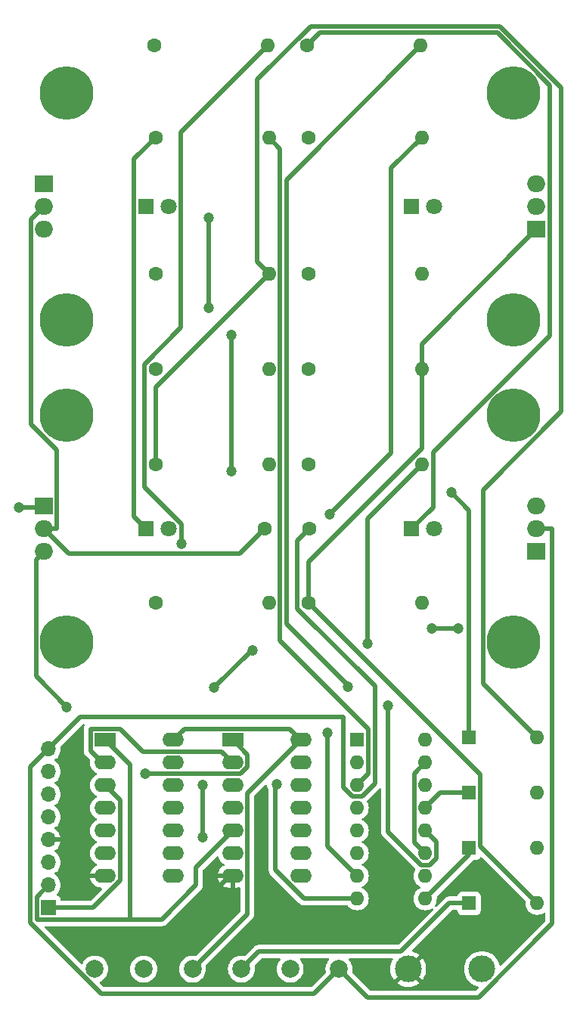
<source format=gbl>
%TF.GenerationSoftware,KiCad,Pcbnew,7.0.11*%
%TF.CreationDate,2024-05-22T12:52:35-06:00*%
%TF.ProjectId,H_Bridge,485f4272-6964-4676-952e-6b696361645f,rev?*%
%TF.SameCoordinates,Original*%
%TF.FileFunction,Copper,L2,Bot*%
%TF.FilePolarity,Positive*%
%FSLAX46Y46*%
G04 Gerber Fmt 4.6, Leading zero omitted, Abs format (unit mm)*
G04 Created by KiCad (PCBNEW 7.0.11) date 2024-05-22 12:52:35*
%MOMM*%
%LPD*%
G01*
G04 APERTURE LIST*
%TA.AperFunction,ComponentPad*%
%ADD10C,6.000000*%
%TD*%
%TA.AperFunction,ComponentPad*%
%ADD11R,1.800000X1.800000*%
%TD*%
%TA.AperFunction,ComponentPad*%
%ADD12C,1.800000*%
%TD*%
%TA.AperFunction,ComponentPad*%
%ADD13R,1.600000X1.600000*%
%TD*%
%TA.AperFunction,ComponentPad*%
%ADD14O,1.600000X1.600000*%
%TD*%
%TA.AperFunction,ComponentPad*%
%ADD15C,1.600000*%
%TD*%
%TA.AperFunction,ComponentPad*%
%ADD16C,2.000000*%
%TD*%
%TA.AperFunction,ComponentPad*%
%ADD17R,2.400000X1.600000*%
%TD*%
%TA.AperFunction,ComponentPad*%
%ADD18O,2.400000X1.600000*%
%TD*%
%TA.AperFunction,ComponentPad*%
%ADD19R,2.000000X1.905000*%
%TD*%
%TA.AperFunction,ComponentPad*%
%ADD20O,2.000000X1.905000*%
%TD*%
%TA.AperFunction,ComponentPad*%
%ADD21C,3.000000*%
%TD*%
%TA.AperFunction,ComponentPad*%
%ADD22R,1.700000X1.700000*%
%TD*%
%TA.AperFunction,ComponentPad*%
%ADD23O,1.700000X1.700000*%
%TD*%
%TA.AperFunction,ViaPad*%
%ADD24C,1.200000*%
%TD*%
%TA.AperFunction,Conductor*%
%ADD25C,0.500000*%
%TD*%
G04 APERTURE END LIST*
D10*
%TO.P,HS4,1*%
%TO.N,N/C*%
X184658000Y-84836000D03*
X184658000Y-110236000D03*
%TD*%
D11*
%TO.P,D7,1,K*%
%TO.N,Net-(D7-K)*%
X173228000Y-97536000D03*
D12*
%TO.P,D7,2,A*%
%TO.N,+5V*%
X175768000Y-97536000D03*
%TD*%
D13*
%TO.P,D6,1,K*%
%TO.N,+12V*%
X179658000Y-139446000D03*
D14*
%TO.P,D6,2,A*%
%TO.N,Net-(D6-A)*%
X187278000Y-139446000D03*
%TD*%
D15*
%TO.P,R10,1*%
%TO.N,Net-(D6-A)*%
X161671000Y-105791000D03*
D14*
%TO.P,R10,2*%
%TO.N,Net-(R10-Pad2)*%
X174371000Y-105791000D03*
%TD*%
D13*
%TO.P,D3,1,K*%
%TO.N,+12V*%
X179658000Y-120904000D03*
D14*
%TO.P,D3,2,A*%
%TO.N,Net-(D3-A)*%
X187278000Y-120904000D03*
%TD*%
D16*
%TO.P,TP3,1,1*%
%TO.N,+5V*%
X148701400Y-146812000D03*
%TD*%
D13*
%TO.P,U3,1*%
%TO.N,Net-(R1-Pad2)*%
X167132000Y-121158000D03*
D14*
%TO.P,U3,2*%
%TO.N,/CW0*%
X167132000Y-123698000D03*
%TO.P,U3,3*%
%TO.N,Net-(R2-Pad2)*%
X167132000Y-126238000D03*
%TO.P,U3,4*%
%TO.N,/CCW1*%
X167132000Y-128778000D03*
%TO.P,U3,5*%
%TO.N,Net-(R12-Pad2)*%
X167132000Y-131318000D03*
%TO.P,U3,6*%
%TO.N,/CCW0*%
X167132000Y-133858000D03*
%TO.P,U3,7*%
%TO.N,Net-(R11-Pad2)*%
X167132000Y-136398000D03*
%TO.P,U3,8*%
%TO.N,/CW1*%
X167132000Y-138938000D03*
%TO.P,U3,9*%
%TO.N,Net-(D5-K)*%
X174752000Y-138938000D03*
%TO.P,U3,10*%
%TO.N,Net-(R7-Pad2)*%
X174752000Y-136398000D03*
%TO.P,U3,11*%
%TO.N,GND1*%
X174752000Y-133858000D03*
%TO.P,U3,12*%
%TO.N,Net-(R10-Pad2)*%
X174752000Y-131318000D03*
%TO.P,U3,13*%
%TO.N,Net-(D4-K)*%
X174752000Y-128778000D03*
%TO.P,U3,14*%
%TO.N,Net-(R5-Pad2)*%
X174752000Y-126238000D03*
%TO.P,U3,15*%
%TO.N,GND1*%
X174752000Y-123698000D03*
%TO.P,U3,16*%
%TO.N,Net-(R4-Pad2)*%
X174752000Y-121158000D03*
%TD*%
D10*
%TO.P,HS2,1*%
%TO.N,N/C*%
X134620000Y-110236000D03*
X134620000Y-84836000D03*
%TD*%
D17*
%TO.P,U1,1*%
%TO.N,/S1*%
X138938000Y-121158000D03*
D18*
%TO.P,U1,2*%
%TO.N,/CW1*%
X138938000Y-123698000D03*
%TO.P,U1,3*%
%TO.N,/S0*%
X138938000Y-126238000D03*
%TO.P,U1,4*%
%TO.N,/CCW1*%
X138938000Y-128778000D03*
%TO.P,U1,5*%
%TO.N,unconnected-(U1-Pad5)*%
X138938000Y-131318000D03*
%TO.P,U1,6*%
%TO.N,unconnected-(U1-Pad6)*%
X138938000Y-133858000D03*
%TO.P,U1,7,GND*%
%TO.N,GND*%
X138938000Y-136398000D03*
%TO.P,U1,8*%
%TO.N,unconnected-(U1-Pad8)*%
X146558000Y-136398000D03*
%TO.P,U1,9*%
%TO.N,unconnected-(U1-Pad9)*%
X146558000Y-133858000D03*
%TO.P,U1,10*%
%TO.N,unconnected-(U1-Pad10)*%
X146558000Y-131318000D03*
%TO.P,U1,11*%
%TO.N,unconnected-(U1-Pad11)*%
X146558000Y-128778000D03*
%TO.P,U1,12*%
%TO.N,unconnected-(U1-Pad12)*%
X146558000Y-126238000D03*
%TO.P,U1,13*%
%TO.N,unconnected-(U1-Pad13)*%
X146558000Y-123698000D03*
%TO.P,U1,14,VCC*%
%TO.N,+5V*%
X146558000Y-121158000D03*
%TD*%
D19*
%TO.P,Q2,1,G*%
%TO.N,Net-(D4-K)*%
X132080000Y-94996000D03*
D20*
%TO.P,Q2,2,D*%
%TO.N,/M+*%
X132080000Y-97536000D03*
%TO.P,Q2,3,S*%
%TO.N,GND1*%
X132080000Y-100076000D03*
%TD*%
D21*
%TO.P,TP4,1,1*%
%TO.N,GND*%
X172851000Y-146812000D03*
%TD*%
D15*
%TO.P,R6,1*%
%TO.N,Net-(D4-K)*%
X144558334Y-79629000D03*
D14*
%TO.P,R6,2*%
%TO.N,GND1*%
X157258334Y-79629000D03*
%TD*%
D10*
%TO.P,HS1,1*%
%TO.N,N/C*%
X134620000Y-74168000D03*
X134620000Y-48768000D03*
%TD*%
D15*
%TO.P,R3,1*%
%TO.N,+12V*%
X144558334Y-68961000D03*
D14*
%TO.P,R3,2*%
%TO.N,Net-(D3-A)*%
X157258334Y-68961000D03*
%TD*%
D15*
%TO.P,R2,1*%
%TO.N,Net-(D2-K)*%
X144558334Y-53721000D03*
D14*
%TO.P,R2,2*%
%TO.N,Net-(R2-Pad2)*%
X157258334Y-53721000D03*
%TD*%
D15*
%TO.P,R1,1*%
%TO.N,Net-(D1-K)*%
X144431334Y-43434000D03*
D14*
%TO.P,R1,2*%
%TO.N,Net-(R1-Pad2)*%
X157131334Y-43434000D03*
%TD*%
D13*
%TO.P,D4,1,K*%
%TO.N,Net-(D4-K)*%
X179658000Y-127084666D03*
D14*
%TO.P,D4,2,A*%
%TO.N,GND1*%
X187278000Y-127084666D03*
%TD*%
D21*
%TO.P,TP6,1,1*%
%TO.N,GND1*%
X181102000Y-146812000D03*
%TD*%
D11*
%TO.P,D8,1,K*%
%TO.N,Net-(D8-K)*%
X173228000Y-61468000D03*
D12*
%TO.P,D8,2,A*%
%TO.N,+5V*%
X175768000Y-61468000D03*
%TD*%
D15*
%TO.P,R8,1*%
%TO.N,Net-(D5-K)*%
X161671000Y-68961000D03*
D14*
%TO.P,R8,2*%
%TO.N,GND1*%
X174371000Y-68961000D03*
%TD*%
D22*
%TO.P,J1,1,Pin_1*%
%TO.N,/S0*%
X132588000Y-139954000D03*
D23*
%TO.P,J1,2,Pin_2*%
%TO.N,/S1*%
X132588000Y-137414000D03*
%TO.P,J1,3,Pin_3*%
%TO.N,+5V*%
X132588000Y-134874000D03*
%TO.P,J1,4,Pin_4*%
%TO.N,GND*%
X132588000Y-132334000D03*
%TO.P,J1,5,Pin_5*%
%TO.N,+12V*%
X132588000Y-129794000D03*
%TO.P,J1,6,Pin_6*%
%TO.N,GND1*%
X132588000Y-127254000D03*
%TO.P,J1,7,Pin_7*%
%TO.N,/M+*%
X132588000Y-124714000D03*
%TO.P,J1,8,Pin_8*%
%TO.N,/M-*%
X132588000Y-122174000D03*
%TD*%
D15*
%TO.P,R4,1*%
%TO.N,Net-(D3-A)*%
X144558334Y-90297000D03*
D14*
%TO.P,R4,2*%
%TO.N,Net-(R4-Pad2)*%
X157258334Y-90297000D03*
%TD*%
D16*
%TO.P,TP7,1,1*%
%TO.N,/M+*%
X159633800Y-146812000D03*
%TD*%
D10*
%TO.P,HS3,1*%
%TO.N,N/C*%
X184658000Y-48768000D03*
X184658000Y-74168000D03*
%TD*%
D15*
%TO.P,R12,1*%
%TO.N,Net-(D8-K)*%
X161671000Y-53721000D03*
D14*
%TO.P,R12,2*%
%TO.N,Net-(R12-Pad2)*%
X174371000Y-53721000D03*
%TD*%
D15*
%TO.P,R11,1*%
%TO.N,Net-(D7-K)*%
X161544000Y-43434000D03*
D14*
%TO.P,R11,2*%
%TO.N,Net-(R11-Pad2)*%
X174244000Y-43434000D03*
%TD*%
D11*
%TO.P,D2,1,K*%
%TO.N,Net-(D2-K)*%
X143510000Y-97536000D03*
D12*
%TO.P,D2,2,A*%
%TO.N,+5V*%
X146050000Y-97536000D03*
%TD*%
D16*
%TO.P,TP2,1,1*%
%TO.N,/S1*%
X143235200Y-146812000D03*
%TD*%
D15*
%TO.P,C1,1*%
%TO.N,/M+*%
X156758000Y-97536000D03*
%TO.P,C1,2*%
%TO.N,/M-*%
X161758000Y-97536000D03*
%TD*%
D11*
%TO.P,D1,1,K*%
%TO.N,Net-(D1-K)*%
X143510000Y-61468000D03*
D12*
%TO.P,D1,2,A*%
%TO.N,+5V*%
X146050000Y-61468000D03*
%TD*%
D19*
%TO.P,Q4,1,G*%
%TO.N,Net-(D5-K)*%
X187198000Y-100076000D03*
D20*
%TO.P,Q4,2,D*%
%TO.N,/M-*%
X187198000Y-97536000D03*
%TO.P,Q4,3,S*%
%TO.N,GND1*%
X187198000Y-94996000D03*
%TD*%
D16*
%TO.P,TP5,1,1*%
%TO.N,+12V*%
X154167600Y-146812000D03*
%TD*%
D19*
%TO.P,Q1,1,G*%
%TO.N,Net-(D3-A)*%
X132080000Y-58928000D03*
D20*
%TO.P,Q1,2,D*%
%TO.N,/M+*%
X132080000Y-61468000D03*
%TO.P,Q1,3,S*%
%TO.N,+12V*%
X132080000Y-64008000D03*
%TD*%
D19*
%TO.P,Q3,1,G*%
%TO.N,Net-(D6-A)*%
X187198000Y-64008000D03*
D20*
%TO.P,Q3,2,D*%
%TO.N,/M-*%
X187198000Y-61468000D03*
%TO.P,Q3,3,S*%
%TO.N,+12V*%
X187198000Y-58928000D03*
%TD*%
D15*
%TO.P,R9,1*%
%TO.N,+12V*%
X161671000Y-79629000D03*
D14*
%TO.P,R9,2*%
%TO.N,Net-(D6-A)*%
X174371000Y-79629000D03*
%TD*%
D13*
%TO.P,D5,1,K*%
%TO.N,Net-(D5-K)*%
X179658000Y-133265332D03*
D14*
%TO.P,D5,2,A*%
%TO.N,GND1*%
X187278000Y-133265332D03*
%TD*%
D16*
%TO.P,TP1,1,1*%
%TO.N,/S0*%
X137769000Y-146812000D03*
%TD*%
D15*
%TO.P,R5,1*%
%TO.N,+12V*%
X161671000Y-90297000D03*
D14*
%TO.P,R5,2*%
%TO.N,Net-(R5-Pad2)*%
X174371000Y-90297000D03*
%TD*%
D16*
%TO.P,TP8,1,1*%
%TO.N,/M-*%
X165100000Y-146812000D03*
%TD*%
D17*
%TO.P,U2,1*%
%TO.N,/S0*%
X153210000Y-121158000D03*
D18*
%TO.P,U2,2*%
%TO.N,/CW1*%
X153210000Y-123698000D03*
%TO.P,U2,3*%
%TO.N,/CW0*%
X153210000Y-126238000D03*
%TO.P,U2,4*%
%TO.N,/CCW1*%
X153210000Y-128778000D03*
%TO.P,U2,5*%
%TO.N,/S1*%
X153210000Y-131318000D03*
%TO.P,U2,6*%
%TO.N,/CCW0*%
X153210000Y-133858000D03*
%TO.P,U2,7,GND*%
%TO.N,GND*%
X153210000Y-136398000D03*
%TO.P,U2,8*%
%TO.N,unconnected-(U2-Pad8)*%
X160830000Y-136398000D03*
%TO.P,U2,9*%
%TO.N,unconnected-(U2-Pad9)*%
X160830000Y-133858000D03*
%TO.P,U2,10*%
%TO.N,unconnected-(U2-Pad10)*%
X160830000Y-131318000D03*
%TO.P,U2,11*%
%TO.N,unconnected-(U2-Pad11)*%
X160830000Y-128778000D03*
%TO.P,U2,12*%
%TO.N,unconnected-(U2-Pad12)*%
X160830000Y-126238000D03*
%TO.P,U2,13*%
%TO.N,unconnected-(U2-Pad13)*%
X160830000Y-123698000D03*
%TO.P,U2,14,VCC*%
%TO.N,+5V*%
X160830000Y-121158000D03*
%TD*%
D15*
%TO.P,R7,1*%
%TO.N,+12V*%
X144558334Y-105791000D03*
D14*
%TO.P,R7,2*%
%TO.N,Net-(R7-Pad2)*%
X157258334Y-105791000D03*
%TD*%
D24*
%TO.N,+5V*%
X153035000Y-91059000D03*
X150495000Y-72771000D03*
X150495000Y-62738000D03*
X153035000Y-75819000D03*
%TO.N,+12V*%
X177673000Y-93472000D03*
%TO.N,Net-(D4-K)*%
X129286000Y-95123000D03*
%TO.N,GND1*%
X134620000Y-117475000D03*
%TO.N,Net-(R1-Pad2)*%
X147447000Y-99187000D03*
%TO.N,Net-(R4-Pad2)*%
X175514000Y-108712000D03*
X178435000Y-108712000D03*
%TO.N,Net-(R5-Pad2)*%
X168275000Y-110363000D03*
%TO.N,Net-(R10-Pad2)*%
X170561000Y-117348000D03*
%TO.N,Net-(R11-Pad2)*%
X166116000Y-115189000D03*
X163830000Y-120396000D03*
%TO.N,Net-(R12-Pad2)*%
X155448000Y-111125000D03*
X149860000Y-126238000D03*
X149860000Y-132080000D03*
X151130000Y-115316000D03*
X164084000Y-95885000D03*
%TO.N,/CW1*%
X158115000Y-126111000D03*
%TO.N,/S0*%
X143383000Y-124968000D03*
%TO.N,GND*%
X146177000Y-143129000D03*
X171069000Y-143002000D03*
%TD*%
D25*
%TO.N,/M+*%
X133530000Y-97491000D02*
X133530000Y-88711000D01*
X133530000Y-88711000D02*
X130630000Y-85811000D01*
X130630000Y-62918000D02*
X132080000Y-61468000D01*
X132080000Y-97536000D02*
X134874000Y-100330000D01*
X132080000Y-97536000D02*
X133485000Y-97536000D01*
X130630000Y-85811000D02*
X130630000Y-62918000D01*
X134874000Y-100330000D02*
X153964000Y-100330000D01*
X133485000Y-97536000D02*
X133530000Y-97491000D01*
X153964000Y-100330000D02*
X156758000Y-97536000D01*
%TO.N,/M-*%
X166604000Y-127488000D02*
X165608000Y-126492000D01*
X188976000Y-97536000D02*
X188976000Y-141744000D01*
X165100000Y-146812000D02*
X162309917Y-149602083D01*
X167660000Y-127488000D02*
X166604000Y-127488000D01*
X169102000Y-126046000D02*
X167660000Y-127488000D01*
X130556000Y-124206000D02*
X132588000Y-122174000D01*
X165608000Y-118618000D02*
X136144000Y-118618000D01*
X160421000Y-106446000D02*
X169102000Y-115127000D01*
X138508473Y-149602083D02*
X130556000Y-141649610D01*
X160421000Y-98873000D02*
X160421000Y-106446000D01*
X130556000Y-141649610D02*
X130556000Y-124206000D01*
X136144000Y-118618000D02*
X132588000Y-122174000D01*
X180733000Y-149987000D02*
X168275000Y-149987000D01*
X168275000Y-149987000D02*
X165100000Y-146812000D01*
X162309917Y-149602083D02*
X138508473Y-149602083D01*
X169102000Y-115127000D02*
X169102000Y-126046000D01*
X187198000Y-97536000D02*
X188976000Y-97536000D01*
X188976000Y-141744000D02*
X180733000Y-149987000D01*
X161758000Y-97536000D02*
X160421000Y-98873000D01*
X165608000Y-126492000D02*
X165608000Y-118618000D01*
%TO.N,+5V*%
X154860000Y-140653400D02*
X154860000Y-127128000D01*
X159580000Y-119908000D02*
X147808000Y-119908000D01*
X153035000Y-75819000D02*
X153035000Y-75946000D01*
X154860000Y-127128000D02*
X160830000Y-121158000D01*
X150495000Y-72771000D02*
X150495000Y-62738000D01*
X153035000Y-91059000D02*
X153035000Y-75819000D01*
X147808000Y-119908000D02*
X146558000Y-121158000D01*
X160830000Y-121158000D02*
X159580000Y-119908000D01*
X148701400Y-146812000D02*
X154860000Y-140653400D01*
%TO.N,Net-(D2-K)*%
X144558334Y-53721000D02*
X142160000Y-56119334D01*
X142160000Y-56119334D02*
X142160000Y-96186000D01*
X142160000Y-96186000D02*
X143510000Y-97536000D01*
%TO.N,+12V*%
X179658000Y-139446000D02*
X177459283Y-139446000D01*
X179658000Y-95457000D02*
X177673000Y-93472000D01*
X172043283Y-144862000D02*
X156117600Y-144862000D01*
X156117600Y-144862000D02*
X154167600Y-146812000D01*
X179658000Y-120904000D02*
X179658000Y-95457000D01*
X177459283Y-139446000D02*
X172043283Y-144862000D01*
%TO.N,Net-(D3-A)*%
X183134000Y-41275000D02*
X161935233Y-41275000D01*
X155956000Y-67658666D02*
X157258334Y-68961000D01*
X144558334Y-81661000D02*
X157258334Y-68961000D01*
X161935233Y-41275000D02*
X155956000Y-47254233D01*
X144558334Y-90297000D02*
X144558334Y-81661000D01*
X181208000Y-93165037D02*
X189992000Y-84381037D01*
X181208000Y-114834000D02*
X181208000Y-93165037D01*
X155956000Y-47254233D02*
X155956000Y-67658666D01*
X189992000Y-84381037D02*
X189992000Y-48133000D01*
X189992000Y-48133000D02*
X183134000Y-41275000D01*
X187278000Y-120904000D02*
X181208000Y-114834000D01*
%TO.N,Net-(D4-K)*%
X179658000Y-127084666D02*
X176445334Y-127084666D01*
X129286000Y-95123000D02*
X131953000Y-95123000D01*
X176445334Y-127084666D02*
X174752000Y-128778000D01*
X131953000Y-95123000D02*
X132080000Y-94996000D01*
%TO.N,GND1*%
X173502000Y-124948000D02*
X173502000Y-132608000D01*
X131170000Y-100986000D02*
X131170000Y-114025000D01*
X174752000Y-123698000D02*
X173502000Y-124948000D01*
X131170000Y-114025000D02*
X134620000Y-117475000D01*
X132080000Y-100076000D02*
X131170000Y-100986000D01*
X173502000Y-132608000D02*
X174752000Y-133858000D01*
%TO.N,Net-(D5-K)*%
X179658000Y-133265332D02*
X179658000Y-134032000D01*
X179658000Y-134032000D02*
X174752000Y-138938000D01*
%TO.N,Net-(D6-A)*%
X174371000Y-79629000D02*
X174371000Y-76835000D01*
X187278000Y-139446000D02*
X180908000Y-133076000D01*
X174371000Y-88529233D02*
X174371000Y-79629000D01*
X161671000Y-101229233D02*
X174371000Y-88529233D01*
X174371000Y-76835000D02*
X187198000Y-64008000D01*
X161671000Y-105791000D02*
X161671000Y-101229233D01*
X180908000Y-133076000D02*
X180908000Y-125028000D01*
X180908000Y-125028000D02*
X161671000Y-105791000D01*
%TO.N,Net-(D7-K)*%
X175641000Y-88973963D02*
X175641000Y-95123000D01*
X161544000Y-43434000D02*
X162965942Y-42012058D01*
X188722000Y-47879000D02*
X188722000Y-75892963D01*
X188722000Y-75892963D02*
X175641000Y-88973963D01*
X162965942Y-42012058D02*
X182855058Y-42012058D01*
X175641000Y-95123000D02*
X173228000Y-97536000D01*
X182855058Y-42012058D02*
X188722000Y-47879000D01*
%TO.N,Net-(R1-Pad2)*%
X147447000Y-97023811D02*
X147447000Y-99187000D01*
X147400000Y-53165334D02*
X147400000Y-75019567D01*
X143308334Y-79111233D02*
X143308334Y-92885145D01*
X143308334Y-92885145D02*
X147447000Y-97023811D01*
X157131334Y-43434000D02*
X147400000Y-53165334D01*
X147400000Y-75019567D02*
X143308334Y-79111233D01*
%TO.N,Net-(R2-Pad2)*%
X157258334Y-53721000D02*
X158508334Y-54971000D01*
X158508334Y-110034334D02*
X168402000Y-119928000D01*
X168402000Y-119928000D02*
X168402000Y-124968000D01*
X158508334Y-54971000D02*
X158508334Y-110034334D01*
X168402000Y-124968000D02*
X167132000Y-126238000D01*
%TO.N,Net-(R4-Pad2)*%
X175514000Y-108712000D02*
X175641000Y-108712000D01*
X178435000Y-108712000D02*
X175514000Y-108712000D01*
%TO.N,Net-(R5-Pad2)*%
X168275000Y-110363000D02*
X168275000Y-96393000D01*
X168275000Y-96393000D02*
X174371000Y-90297000D01*
%TO.N,Net-(R10-Pad2)*%
X176002000Y-134415767D02*
X175269767Y-135148000D01*
X174752000Y-131318000D02*
X176002000Y-132568000D01*
X176002000Y-132568000D02*
X176002000Y-134415767D01*
X175269767Y-135148000D02*
X174274233Y-135148000D01*
X170561000Y-131434767D02*
X170561000Y-117348000D01*
X174274233Y-135148000D02*
X170561000Y-131434767D01*
%TO.N,Net-(R11-Pad2)*%
X174244000Y-43434000D02*
X159208334Y-58469666D01*
X163830000Y-133096000D02*
X167132000Y-136398000D01*
X166116000Y-115062000D02*
X166116000Y-115189000D01*
X163830000Y-120396000D02*
X163830000Y-133096000D01*
X159208334Y-58469666D02*
X159208334Y-108154334D01*
X159208334Y-108154334D02*
X166116000Y-115062000D01*
%TO.N,Net-(R12-Pad2)*%
X174371000Y-53721000D02*
X170942000Y-57150000D01*
X149860000Y-132080000D02*
X149860000Y-126238000D01*
X170942000Y-89027000D02*
X164084000Y-95885000D01*
X151130000Y-115316000D02*
X155321000Y-111125000D01*
X170942000Y-57150000D02*
X170942000Y-89027000D01*
X149860000Y-126238000D02*
X149860000Y-126365000D01*
X155321000Y-111125000D02*
X155448000Y-111125000D01*
%TO.N,/S1*%
X131288000Y-141254000D02*
X141732000Y-141254000D01*
X149098000Y-135430000D02*
X153210000Y-131318000D01*
X149098000Y-137414000D02*
X149098000Y-135430000D01*
X131288000Y-138714000D02*
X131288000Y-141254000D01*
X141732000Y-123952000D02*
X141732000Y-141254000D01*
X132588000Y-137414000D02*
X131288000Y-138714000D01*
X138938000Y-121158000D02*
X141732000Y-123952000D01*
X145258000Y-141254000D02*
X149098000Y-137414000D01*
X141732000Y-141254000D02*
X145258000Y-141254000D01*
%TO.N,/CW1*%
X151960000Y-122448000D02*
X143128000Y-122448000D01*
X153210000Y-123698000D02*
X151960000Y-122448000D01*
X137287000Y-119909000D02*
X137287000Y-122407000D01*
X140588000Y-119908000D02*
X137288000Y-119908000D01*
X157988000Y-135723767D02*
X157988000Y-126238000D01*
X161202233Y-138938000D02*
X157988000Y-135723767D01*
X157988000Y-126238000D02*
X158115000Y-126111000D01*
X138578000Y-123698000D02*
X138938000Y-123698000D01*
X137287000Y-122407000D02*
X138578000Y-123698000D01*
X137288000Y-119908000D02*
X137287000Y-119909000D01*
X143128000Y-122448000D02*
X140588000Y-119908000D01*
X167132000Y-138938000D02*
X161202233Y-138938000D01*
%TO.N,/S0*%
X154107767Y-124968000D02*
X154860000Y-124215767D01*
X143383000Y-124968000D02*
X154107767Y-124968000D01*
X140588000Y-136915767D02*
X140588000Y-127888000D01*
X154860000Y-122808000D02*
X153210000Y-121158000D01*
X132588000Y-139954000D02*
X137549767Y-139954000D01*
X154860000Y-124215767D02*
X154860000Y-122808000D01*
X137549767Y-139954000D02*
X140588000Y-136915767D01*
X140588000Y-127888000D02*
X138938000Y-126238000D01*
%TO.N,GND*%
X152908000Y-136398000D02*
X153210000Y-136398000D01*
X146177000Y-143129000D02*
X152908000Y-136398000D01*
%TD*%
%TA.AperFunction,Conductor*%
%TO.N,GND*%
G36*
X181078546Y-134307914D02*
G01*
X185951282Y-139180650D01*
X185984767Y-139241973D01*
X185987129Y-139279137D01*
X185972532Y-139445996D01*
X185972532Y-139446001D01*
X185992364Y-139672686D01*
X185992366Y-139672697D01*
X186051258Y-139892488D01*
X186051261Y-139892497D01*
X186147431Y-140098732D01*
X186147432Y-140098734D01*
X186277954Y-140285141D01*
X186438858Y-140446045D01*
X186438861Y-140446047D01*
X186625266Y-140576568D01*
X186831504Y-140672739D01*
X187051308Y-140731635D01*
X187213230Y-140745801D01*
X187277998Y-140751468D01*
X187278000Y-140751468D01*
X187278002Y-140751468D01*
X187334807Y-140746498D01*
X187504692Y-140731635D01*
X187724496Y-140672739D01*
X187930734Y-140576568D01*
X188030379Y-140506796D01*
X188096583Y-140484470D01*
X188164350Y-140501480D01*
X188212163Y-140552428D01*
X188225500Y-140608372D01*
X188225500Y-141381769D01*
X188205815Y-141448808D01*
X188189181Y-141469450D01*
X183255788Y-146402843D01*
X183194465Y-146436328D01*
X183124773Y-146431344D01*
X183068840Y-146389472D01*
X183046941Y-146341520D01*
X183026371Y-146246962D01*
X183026370Y-146246960D01*
X183026369Y-146246954D01*
X182926367Y-145978839D01*
X182876337Y-145887217D01*
X182789229Y-145727690D01*
X182789224Y-145727682D01*
X182617745Y-145498612D01*
X182617729Y-145498594D01*
X182415405Y-145296270D01*
X182415387Y-145296254D01*
X182186317Y-145124775D01*
X182186309Y-145124770D01*
X181935166Y-144987635D01*
X181935167Y-144987635D01*
X181827915Y-144947632D01*
X181667046Y-144887631D01*
X181667043Y-144887630D01*
X181667037Y-144887628D01*
X181387433Y-144826804D01*
X181102001Y-144806390D01*
X181101999Y-144806390D01*
X180816566Y-144826804D01*
X180536962Y-144887628D01*
X180268833Y-144987635D01*
X180017690Y-145124770D01*
X180017682Y-145124775D01*
X179788612Y-145296254D01*
X179788594Y-145296270D01*
X179586270Y-145498594D01*
X179586254Y-145498612D01*
X179414775Y-145727682D01*
X179414770Y-145727690D01*
X179277635Y-145978833D01*
X179177628Y-146246962D01*
X179116804Y-146526566D01*
X179096390Y-146811998D01*
X179096390Y-146812001D01*
X179116804Y-147097433D01*
X179177628Y-147377037D01*
X179177630Y-147377043D01*
X179177631Y-147377046D01*
X179259414Y-147596314D01*
X179277635Y-147645166D01*
X179414770Y-147896309D01*
X179414775Y-147896317D01*
X179586254Y-148125387D01*
X179586270Y-148125405D01*
X179788594Y-148327729D01*
X179788612Y-148327745D01*
X180017682Y-148499224D01*
X180017690Y-148499229D01*
X180268833Y-148636364D01*
X180268832Y-148636364D01*
X180268836Y-148636365D01*
X180268839Y-148636367D01*
X180536954Y-148736369D01*
X180536960Y-148736370D01*
X180536962Y-148736371D01*
X180631520Y-148756941D01*
X180692843Y-148790426D01*
X180726328Y-148851749D01*
X180721344Y-148921440D01*
X180692843Y-148965788D01*
X180458451Y-149200181D01*
X180397128Y-149233666D01*
X180370770Y-149236500D01*
X168637230Y-149236500D01*
X168570191Y-149216815D01*
X168549549Y-149200181D01*
X166599381Y-147250013D01*
X166565896Y-147188690D01*
X166566857Y-147131890D01*
X166572127Y-147111082D01*
X166585108Y-147059821D01*
X166605643Y-146812000D01*
X166604341Y-146796288D01*
X166585109Y-146564187D01*
X166585107Y-146564175D01*
X166524063Y-146323118D01*
X166424173Y-146095393D01*
X166288163Y-145887213D01*
X166226733Y-145820483D01*
X166195810Y-145757829D01*
X166203670Y-145688403D01*
X166247817Y-145634247D01*
X166314234Y-145612556D01*
X166317962Y-145612500D01*
X171018248Y-145612500D01*
X171085287Y-145632185D01*
X171131042Y-145684989D01*
X171140986Y-145754147D01*
X171127080Y-145795927D01*
X171027091Y-145979041D01*
X170927109Y-146247104D01*
X170866300Y-146526637D01*
X170845891Y-146811998D01*
X170845891Y-146812001D01*
X170866300Y-147097362D01*
X170927109Y-147376895D01*
X171027091Y-147644958D01*
X171164191Y-147896038D01*
X171164196Y-147896046D01*
X171270882Y-148038561D01*
X171270883Y-148038562D01*
X172173803Y-147135642D01*
X172197059Y-147189553D01*
X172301756Y-147330185D01*
X172436062Y-147442882D01*
X172527665Y-147488886D01*
X171624436Y-148392115D01*
X171766960Y-148498807D01*
X171766961Y-148498808D01*
X172018042Y-148635908D01*
X172018041Y-148635908D01*
X172286104Y-148735890D01*
X172565637Y-148796699D01*
X172850999Y-148817109D01*
X172851001Y-148817109D01*
X173136362Y-148796699D01*
X173415895Y-148735890D01*
X173683958Y-148635908D01*
X173935047Y-148498803D01*
X174077561Y-148392116D01*
X174077562Y-148392115D01*
X173176946Y-147491498D01*
X173189891Y-147486787D01*
X173336373Y-147390445D01*
X173456688Y-147262918D01*
X173529447Y-147136894D01*
X174431115Y-148038562D01*
X174431116Y-148038561D01*
X174537803Y-147896047D01*
X174674908Y-147644958D01*
X174774890Y-147376895D01*
X174835699Y-147097362D01*
X174856109Y-146812001D01*
X174856109Y-146811998D01*
X174835699Y-146526637D01*
X174774890Y-146247104D01*
X174674908Y-145979041D01*
X174537808Y-145727961D01*
X174537807Y-145727960D01*
X174431115Y-145585436D01*
X173528195Y-146488356D01*
X173504941Y-146434447D01*
X173400244Y-146293815D01*
X173265938Y-146181118D01*
X173174333Y-146135112D01*
X174077562Y-145231883D01*
X174077561Y-145231882D01*
X173935046Y-145125196D01*
X173935038Y-145125191D01*
X173683957Y-144988091D01*
X173683958Y-144988091D01*
X173415896Y-144888110D01*
X173360712Y-144876105D01*
X173299389Y-144842620D01*
X173265905Y-144781296D01*
X173270890Y-144711605D01*
X173299386Y-144667263D01*
X177733831Y-140232819D01*
X177795154Y-140199334D01*
X177821512Y-140196500D01*
X178235649Y-140196500D01*
X178302688Y-140216185D01*
X178348443Y-140268989D01*
X178358939Y-140307248D01*
X178363908Y-140353483D01*
X178414202Y-140488328D01*
X178414206Y-140488335D01*
X178500452Y-140603544D01*
X178500455Y-140603547D01*
X178615664Y-140689793D01*
X178615671Y-140689797D01*
X178750517Y-140740091D01*
X178750516Y-140740091D01*
X178757444Y-140740835D01*
X178810127Y-140746500D01*
X180505872Y-140746499D01*
X180565483Y-140740091D01*
X180700331Y-140689796D01*
X180815546Y-140603546D01*
X180901796Y-140488331D01*
X180952091Y-140353483D01*
X180958500Y-140293873D01*
X180958499Y-138598128D01*
X180952091Y-138538517D01*
X180939162Y-138503853D01*
X180901797Y-138403671D01*
X180901793Y-138403664D01*
X180815547Y-138288455D01*
X180815544Y-138288452D01*
X180700335Y-138202206D01*
X180700328Y-138202202D01*
X180565482Y-138151908D01*
X180565483Y-138151908D01*
X180505883Y-138145501D01*
X180505881Y-138145500D01*
X180505873Y-138145500D01*
X180505864Y-138145500D01*
X178810129Y-138145500D01*
X178810123Y-138145501D01*
X178750516Y-138151908D01*
X178615671Y-138202202D01*
X178615664Y-138202206D01*
X178500455Y-138288452D01*
X178500452Y-138288455D01*
X178414206Y-138403664D01*
X178414202Y-138403671D01*
X178363910Y-138538513D01*
X178363909Y-138538517D01*
X178358937Y-138584757D01*
X178332201Y-138649306D01*
X178274809Y-138689154D01*
X178235649Y-138695500D01*
X177522988Y-138695500D01*
X177505018Y-138694191D01*
X177481255Y-138690710D01*
X177434126Y-138694834D01*
X177431913Y-138695028D01*
X177421107Y-138695500D01*
X177415567Y-138695500D01*
X177384784Y-138699098D01*
X177381199Y-138699464D01*
X177306482Y-138706001D01*
X177299415Y-138707460D01*
X177299403Y-138707404D01*
X177292046Y-138709035D01*
X177292060Y-138709092D01*
X177285023Y-138710760D01*
X177214514Y-138736421D01*
X177211137Y-138737595D01*
X177172131Y-138750521D01*
X177139951Y-138761185D01*
X177133409Y-138764236D01*
X177133384Y-138764183D01*
X177126591Y-138767471D01*
X177126617Y-138767523D01*
X177120163Y-138770764D01*
X177057504Y-138811975D01*
X177054464Y-138813912D01*
X176990631Y-138853285D01*
X176984966Y-138857765D01*
X176984930Y-138857719D01*
X176979081Y-138862484D01*
X176979118Y-138862528D01*
X176973593Y-138867164D01*
X176922114Y-138921727D01*
X176919602Y-138924312D01*
X176019149Y-139824765D01*
X175957826Y-139858250D01*
X175888134Y-139853266D01*
X175832201Y-139811394D01*
X175807784Y-139745930D01*
X175822636Y-139677657D01*
X175829880Y-139665980D01*
X175882568Y-139590734D01*
X175978739Y-139384496D01*
X176037635Y-139164692D01*
X176057468Y-138938000D01*
X176042869Y-138771137D01*
X176056635Y-138702639D01*
X176078713Y-138672653D01*
X180143641Y-134607725D01*
X180157274Y-134595945D01*
X180164773Y-134590363D01*
X180230304Y-134566123D01*
X180238814Y-134565831D01*
X180505871Y-134565831D01*
X180505872Y-134565831D01*
X180565483Y-134559423D01*
X180700331Y-134509128D01*
X180815546Y-134422878D01*
X180891600Y-134321281D01*
X180947532Y-134279413D01*
X181017223Y-134274429D01*
X181078546Y-134307914D01*
G37*
%TD.AperFunction*%
%TA.AperFunction,Conductor*%
G36*
X156947963Y-126203917D02*
G01*
X157003896Y-126245789D01*
X157028100Y-126308655D01*
X157028603Y-126314083D01*
X157055732Y-126409429D01*
X157084417Y-126510247D01*
X157084422Y-126510260D01*
X157175327Y-126692822D01*
X157181568Y-126701086D01*
X157209764Y-126738423D01*
X157212453Y-126741983D01*
X157237146Y-126807344D01*
X157237500Y-126816711D01*
X157237500Y-135660061D01*
X157236191Y-135678030D01*
X157232710Y-135701792D01*
X157237028Y-135751135D01*
X157237500Y-135761943D01*
X157237500Y-135767478D01*
X157241098Y-135798262D01*
X157241464Y-135801850D01*
X157248000Y-135876558D01*
X157249461Y-135883634D01*
X157249403Y-135883645D01*
X157251034Y-135891004D01*
X157251092Y-135890991D01*
X157252757Y-135898016D01*
X157252758Y-135898021D01*
X157252759Y-135898022D01*
X157272223Y-135951502D01*
X157278400Y-135968472D01*
X157279582Y-135971874D01*
X157303182Y-136043093D01*
X157306236Y-136049641D01*
X157306182Y-136049665D01*
X157309470Y-136056455D01*
X157309521Y-136056430D01*
X157312761Y-136062881D01*
X157353979Y-136125551D01*
X157355889Y-136128549D01*
X157380029Y-136167685D01*
X157395289Y-136192425D01*
X157399766Y-136198086D01*
X157399719Y-136198123D01*
X157404482Y-136203969D01*
X157404528Y-136203931D01*
X157409173Y-136209466D01*
X157463707Y-136260916D01*
X157466295Y-136263430D01*
X160626503Y-139423638D01*
X160638284Y-139437270D01*
X160652621Y-139456528D01*
X160690570Y-139488372D01*
X160698543Y-139495679D01*
X160702450Y-139499586D01*
X160702456Y-139499591D01*
X160726770Y-139518816D01*
X160729551Y-139521080D01*
X160757189Y-139544271D01*
X160787022Y-139569305D01*
X160793051Y-139573270D01*
X160793018Y-139573319D01*
X160799380Y-139577372D01*
X160799412Y-139577321D01*
X160805552Y-139581108D01*
X160805556Y-139581111D01*
X160826193Y-139590734D01*
X160873553Y-139612819D01*
X160876799Y-139614391D01*
X160943795Y-139648038D01*
X160950590Y-139650511D01*
X160950569Y-139650567D01*
X160957690Y-139653043D01*
X160957709Y-139652986D01*
X160964552Y-139655253D01*
X160964560Y-139655257D01*
X161038128Y-139670447D01*
X161041461Y-139671186D01*
X161114512Y-139688500D01*
X161114514Y-139688500D01*
X161114518Y-139688501D01*
X161121686Y-139689339D01*
X161121679Y-139689398D01*
X161129177Y-139690164D01*
X161129183Y-139690105D01*
X161136372Y-139690734D01*
X161136376Y-139690733D01*
X161136377Y-139690734D01*
X161211363Y-139688552D01*
X161214970Y-139688500D01*
X166005337Y-139688500D01*
X166072376Y-139708185D01*
X166106912Y-139741377D01*
X166131954Y-139777141D01*
X166292858Y-139938045D01*
X166292861Y-139938047D01*
X166479266Y-140068568D01*
X166685504Y-140164739D01*
X166905308Y-140223635D01*
X167067230Y-140237801D01*
X167131998Y-140243468D01*
X167132000Y-140243468D01*
X167132002Y-140243468D01*
X167188673Y-140238509D01*
X167358692Y-140223635D01*
X167578496Y-140164739D01*
X167784734Y-140068568D01*
X167971139Y-139938047D01*
X168132047Y-139777139D01*
X168262568Y-139590734D01*
X168358739Y-139384496D01*
X168417635Y-139164692D01*
X168437468Y-138938000D01*
X168436270Y-138924312D01*
X168426442Y-138811975D01*
X168417635Y-138711308D01*
X168358739Y-138491504D01*
X168262568Y-138285266D01*
X168132047Y-138098861D01*
X168132045Y-138098858D01*
X167971141Y-137937954D01*
X167784734Y-137807432D01*
X167784728Y-137807429D01*
X167726725Y-137780382D01*
X167674285Y-137734210D01*
X167655133Y-137667017D01*
X167675348Y-137600135D01*
X167726725Y-137555618D01*
X167784734Y-137528568D01*
X167971139Y-137398047D01*
X168132047Y-137237139D01*
X168262568Y-137050734D01*
X168358739Y-136844496D01*
X168417635Y-136624692D01*
X168437468Y-136398000D01*
X168417635Y-136171308D01*
X168358739Y-135951504D01*
X168262568Y-135745266D01*
X168132047Y-135558861D01*
X168132045Y-135558858D01*
X167971141Y-135397954D01*
X167784734Y-135267432D01*
X167784728Y-135267429D01*
X167726725Y-135240382D01*
X167674285Y-135194210D01*
X167655133Y-135127017D01*
X167675348Y-135060135D01*
X167726725Y-135015618D01*
X167728501Y-135014790D01*
X167784734Y-134988568D01*
X167971139Y-134858047D01*
X168132047Y-134697139D01*
X168262568Y-134510734D01*
X168358739Y-134304496D01*
X168417635Y-134084692D01*
X168437468Y-133858000D01*
X168417635Y-133631308D01*
X168358739Y-133411504D01*
X168262568Y-133205266D01*
X168132047Y-133018861D01*
X168132045Y-133018858D01*
X167971141Y-132857954D01*
X167784734Y-132727432D01*
X167784728Y-132727429D01*
X167726725Y-132700382D01*
X167674285Y-132654210D01*
X167655133Y-132587017D01*
X167675348Y-132520135D01*
X167726725Y-132475618D01*
X167784734Y-132448568D01*
X167971139Y-132318047D01*
X168132047Y-132157139D01*
X168262568Y-131970734D01*
X168358739Y-131764496D01*
X168417635Y-131544692D01*
X168437468Y-131318000D01*
X168417635Y-131091308D01*
X168358739Y-130871504D01*
X168262568Y-130665266D01*
X168132047Y-130478861D01*
X168132045Y-130478858D01*
X167971141Y-130317954D01*
X167784734Y-130187432D01*
X167784728Y-130187429D01*
X167726725Y-130160382D01*
X167674285Y-130114210D01*
X167655133Y-130047017D01*
X167675348Y-129980135D01*
X167726725Y-129935618D01*
X167784734Y-129908568D01*
X167971139Y-129778047D01*
X168132047Y-129617139D01*
X168262568Y-129430734D01*
X168358739Y-129224496D01*
X168417635Y-129004692D01*
X168437468Y-128778000D01*
X168417635Y-128551308D01*
X168358739Y-128331504D01*
X168262568Y-128125266D01*
X168248747Y-128105527D01*
X168226420Y-128039321D01*
X168243432Y-127971554D01*
X168262638Y-127946728D01*
X169587642Y-126621724D01*
X169601262Y-126609953D01*
X169612455Y-126601621D01*
X169677982Y-126577379D01*
X169746216Y-126592412D01*
X169795490Y-126641948D01*
X169810500Y-126701086D01*
X169810500Y-131371061D01*
X169809191Y-131389030D01*
X169805710Y-131412792D01*
X169810028Y-131462135D01*
X169810500Y-131472943D01*
X169810500Y-131478478D01*
X169814098Y-131509262D01*
X169814464Y-131512850D01*
X169821000Y-131587558D01*
X169822461Y-131594634D01*
X169822403Y-131594645D01*
X169824034Y-131602004D01*
X169824092Y-131601991D01*
X169825757Y-131609016D01*
X169851400Y-131679472D01*
X169852582Y-131682874D01*
X169876182Y-131754093D01*
X169879236Y-131760641D01*
X169879182Y-131760665D01*
X169882470Y-131767455D01*
X169882521Y-131767430D01*
X169885761Y-131773881D01*
X169926979Y-131836551D01*
X169928889Y-131839549D01*
X169947985Y-131870507D01*
X169968289Y-131903425D01*
X169972766Y-131909086D01*
X169972719Y-131909123D01*
X169977482Y-131914969D01*
X169977528Y-131914931D01*
X169982173Y-131920466D01*
X170036708Y-131971917D01*
X170039296Y-131974431D01*
X173625572Y-135560706D01*
X173659057Y-135622029D01*
X173654073Y-135691721D01*
X173639467Y-135719508D01*
X173621435Y-135745261D01*
X173621431Y-135745267D01*
X173525261Y-135951502D01*
X173525258Y-135951511D01*
X173466366Y-136171302D01*
X173466364Y-136171313D01*
X173446532Y-136397998D01*
X173446532Y-136398001D01*
X173466364Y-136624686D01*
X173466366Y-136624697D01*
X173525258Y-136844488D01*
X173525261Y-136844497D01*
X173621431Y-137050732D01*
X173621432Y-137050734D01*
X173751954Y-137237141D01*
X173912858Y-137398045D01*
X173920080Y-137403102D01*
X174099266Y-137528568D01*
X174157275Y-137555618D01*
X174209714Y-137601791D01*
X174228866Y-137668984D01*
X174208650Y-137735865D01*
X174157275Y-137780382D01*
X174099267Y-137807431D01*
X174099265Y-137807432D01*
X173912858Y-137937954D01*
X173751954Y-138098858D01*
X173621432Y-138285265D01*
X173621431Y-138285267D01*
X173525261Y-138491502D01*
X173525258Y-138491511D01*
X173466366Y-138711302D01*
X173466364Y-138711313D01*
X173446532Y-138937998D01*
X173446532Y-138938001D01*
X173466364Y-139164686D01*
X173466366Y-139164697D01*
X173525258Y-139384488D01*
X173525261Y-139384497D01*
X173621431Y-139590732D01*
X173621432Y-139590734D01*
X173751954Y-139777141D01*
X173912858Y-139938045D01*
X173912861Y-139938047D01*
X174099266Y-140068568D01*
X174305504Y-140164739D01*
X174525308Y-140223635D01*
X174687230Y-140237801D01*
X174751998Y-140243468D01*
X174752000Y-140243468D01*
X174752002Y-140243468D01*
X174808673Y-140238509D01*
X174978692Y-140223635D01*
X175198496Y-140164739D01*
X175404734Y-140068568D01*
X175479964Y-140015891D01*
X175546167Y-139993566D01*
X175613934Y-140010576D01*
X175661747Y-140061524D01*
X175674425Y-140130234D01*
X175647943Y-140194891D01*
X175638765Y-140205149D01*
X171768734Y-144075181D01*
X171707411Y-144108666D01*
X171681053Y-144111500D01*
X156181305Y-144111500D01*
X156163335Y-144110191D01*
X156139572Y-144106710D01*
X156093242Y-144110764D01*
X156090232Y-144111028D01*
X156079426Y-144111500D01*
X156073884Y-144111500D01*
X156043084Y-144115100D01*
X156039499Y-144115466D01*
X155964800Y-144122001D01*
X155957733Y-144123461D01*
X155957721Y-144123404D01*
X155950354Y-144125038D01*
X155950368Y-144125094D01*
X155943345Y-144126758D01*
X155872870Y-144152407D01*
X155869470Y-144153589D01*
X155798266Y-144177185D01*
X155791719Y-144180238D01*
X155791694Y-144180186D01*
X155784914Y-144183468D01*
X155784940Y-144183520D01*
X155778482Y-144186763D01*
X155715835Y-144227966D01*
X155712799Y-144229900D01*
X155648946Y-144269287D01*
X155643277Y-144273770D01*
X155643241Y-144273724D01*
X155637398Y-144278484D01*
X155637435Y-144278528D01*
X155631910Y-144283164D01*
X155580432Y-144337726D01*
X155577920Y-144340311D01*
X154606847Y-145311383D01*
X154545524Y-145344868D01*
X154498757Y-145346011D01*
X154291935Y-145311500D01*
X154043265Y-145311500D01*
X153797983Y-145352429D01*
X153562797Y-145433169D01*
X153562788Y-145433172D01*
X153344093Y-145551524D01*
X153147857Y-145704261D01*
X152979433Y-145887217D01*
X152843426Y-146095393D01*
X152743536Y-146323118D01*
X152682492Y-146564175D01*
X152682490Y-146564187D01*
X152661957Y-146811994D01*
X152661957Y-146812005D01*
X152682490Y-147059812D01*
X152682492Y-147059824D01*
X152743536Y-147300881D01*
X152843426Y-147528606D01*
X152979433Y-147736782D01*
X152979436Y-147736785D01*
X153147856Y-147919738D01*
X153344091Y-148072474D01*
X153562790Y-148190828D01*
X153797986Y-148271571D01*
X154043265Y-148312500D01*
X154291935Y-148312500D01*
X154537214Y-148271571D01*
X154772410Y-148190828D01*
X154991109Y-148072474D01*
X155187344Y-147919738D01*
X155355764Y-147736785D01*
X155491773Y-147528607D01*
X155591663Y-147300881D01*
X155652708Y-147059821D01*
X155673243Y-146812000D01*
X155671941Y-146796288D01*
X155652709Y-146564187D01*
X155652708Y-146564184D01*
X155652708Y-146564179D01*
X155634456Y-146492105D01*
X155637080Y-146422288D01*
X155666978Y-146373987D01*
X156392148Y-145648819D01*
X156453471Y-145615334D01*
X156479829Y-145612500D01*
X158415838Y-145612500D01*
X158482877Y-145632185D01*
X158528632Y-145684989D01*
X158538576Y-145754147D01*
X158509551Y-145817703D01*
X158507067Y-145820483D01*
X158445636Y-145887213D01*
X158309626Y-146095393D01*
X158209736Y-146323118D01*
X158148692Y-146564175D01*
X158148690Y-146564187D01*
X158128157Y-146811994D01*
X158128157Y-146812005D01*
X158148690Y-147059812D01*
X158148692Y-147059824D01*
X158209736Y-147300881D01*
X158309626Y-147528606D01*
X158445633Y-147736782D01*
X158445636Y-147736785D01*
X158614056Y-147919738D01*
X158810291Y-148072474D01*
X159028990Y-148190828D01*
X159264186Y-148271571D01*
X159509465Y-148312500D01*
X159758135Y-148312500D01*
X160003414Y-148271571D01*
X160238610Y-148190828D01*
X160457309Y-148072474D01*
X160653544Y-147919738D01*
X160821964Y-147736785D01*
X160957973Y-147528607D01*
X161057863Y-147300881D01*
X161118908Y-147059821D01*
X161139443Y-146812000D01*
X161138141Y-146796288D01*
X161118909Y-146564187D01*
X161118907Y-146564175D01*
X161057863Y-146323118D01*
X160957973Y-146095393D01*
X160821963Y-145887213D01*
X160760533Y-145820483D01*
X160729610Y-145757829D01*
X160737470Y-145688403D01*
X160781617Y-145634247D01*
X160848034Y-145612556D01*
X160851762Y-145612500D01*
X163882038Y-145612500D01*
X163949077Y-145632185D01*
X163994832Y-145684989D01*
X164004776Y-145754147D01*
X163975751Y-145817703D01*
X163973267Y-145820483D01*
X163911836Y-145887213D01*
X163775826Y-146095393D01*
X163675936Y-146323118D01*
X163614892Y-146564175D01*
X163614890Y-146564187D01*
X163594357Y-146811994D01*
X163594357Y-146812005D01*
X163614890Y-147059812D01*
X163614893Y-147059828D01*
X163633142Y-147131893D01*
X163630516Y-147201713D01*
X163600617Y-147250013D01*
X162035368Y-148815264D01*
X161974045Y-148848749D01*
X161947687Y-148851583D01*
X138870703Y-148851583D01*
X138803664Y-148831898D01*
X138783022Y-148815264D01*
X138351748Y-148383990D01*
X138318263Y-148322667D01*
X138323247Y-148252975D01*
X138365119Y-148197042D01*
X138380400Y-148187261D01*
X138592509Y-148072474D01*
X138788744Y-147919738D01*
X138957164Y-147736785D01*
X139093173Y-147528607D01*
X139193063Y-147300881D01*
X139254108Y-147059821D01*
X139274643Y-146812005D01*
X141729557Y-146812005D01*
X141750090Y-147059812D01*
X141750092Y-147059824D01*
X141811136Y-147300881D01*
X141911026Y-147528606D01*
X142047033Y-147736782D01*
X142047036Y-147736785D01*
X142215456Y-147919738D01*
X142411691Y-148072474D01*
X142630390Y-148190828D01*
X142865586Y-148271571D01*
X143110865Y-148312500D01*
X143359535Y-148312500D01*
X143604814Y-148271571D01*
X143840010Y-148190828D01*
X144058709Y-148072474D01*
X144254944Y-147919738D01*
X144423364Y-147736785D01*
X144559373Y-147528607D01*
X144659263Y-147300881D01*
X144720308Y-147059821D01*
X144740843Y-146812000D01*
X144739541Y-146796288D01*
X144720309Y-146564187D01*
X144720307Y-146564175D01*
X144659263Y-146323118D01*
X144559373Y-146095393D01*
X144423366Y-145887217D01*
X144401757Y-145863744D01*
X144254944Y-145704262D01*
X144058709Y-145551526D01*
X144058707Y-145551525D01*
X144058706Y-145551524D01*
X143840011Y-145433172D01*
X143840002Y-145433169D01*
X143604816Y-145352429D01*
X143359535Y-145311500D01*
X143110865Y-145311500D01*
X142865583Y-145352429D01*
X142630397Y-145433169D01*
X142630388Y-145433172D01*
X142411693Y-145551524D01*
X142215457Y-145704261D01*
X142047033Y-145887217D01*
X141911026Y-146095393D01*
X141811136Y-146323118D01*
X141750092Y-146564175D01*
X141750090Y-146564187D01*
X141729557Y-146811994D01*
X141729557Y-146812005D01*
X139274643Y-146812005D01*
X139274643Y-146812000D01*
X139273341Y-146796288D01*
X139254109Y-146564187D01*
X139254107Y-146564175D01*
X139193063Y-146323118D01*
X139093173Y-146095393D01*
X138957166Y-145887217D01*
X138935557Y-145863744D01*
X138788744Y-145704262D01*
X138592509Y-145551526D01*
X138592507Y-145551525D01*
X138592506Y-145551524D01*
X138373811Y-145433172D01*
X138373802Y-145433169D01*
X138138616Y-145352429D01*
X137893335Y-145311500D01*
X137644665Y-145311500D01*
X137399383Y-145352429D01*
X137164197Y-145433169D01*
X137164188Y-145433172D01*
X136945493Y-145551524D01*
X136749257Y-145704261D01*
X136580833Y-145887217D01*
X136444824Y-146095396D01*
X136401356Y-146194492D01*
X136356400Y-146247978D01*
X136289664Y-146268667D01*
X136222336Y-146249992D01*
X136200120Y-146232362D01*
X132183939Y-142216181D01*
X132150454Y-142154858D01*
X132155438Y-142085166D01*
X132197310Y-142029233D01*
X132262774Y-142004816D01*
X132271620Y-142004500D01*
X141644279Y-142004500D01*
X141706555Y-142004500D01*
X141713764Y-142004709D01*
X141775935Y-142008331D01*
X141786977Y-142006384D01*
X141808509Y-142004500D01*
X145194295Y-142004500D01*
X145212265Y-142005809D01*
X145236023Y-142009289D01*
X145285369Y-142004971D01*
X145296176Y-142004500D01*
X145301704Y-142004500D01*
X145301709Y-142004500D01*
X145332556Y-142000893D01*
X145336030Y-142000539D01*
X145410797Y-141993999D01*
X145410805Y-141993996D01*
X145417866Y-141992539D01*
X145417878Y-141992598D01*
X145425243Y-141990965D01*
X145425229Y-141990906D01*
X145432249Y-141989241D01*
X145432255Y-141989241D01*
X145502779Y-141963572D01*
X145506117Y-141962412D01*
X145577334Y-141938814D01*
X145577342Y-141938808D01*
X145583882Y-141935760D01*
X145583908Y-141935816D01*
X145590690Y-141932532D01*
X145590663Y-141932478D01*
X145597113Y-141929238D01*
X145597117Y-141929237D01*
X145659837Y-141887984D01*
X145662732Y-141886140D01*
X145726656Y-141846712D01*
X145726662Y-141846705D01*
X145732325Y-141842229D01*
X145732363Y-141842277D01*
X145738200Y-141837522D01*
X145738161Y-141837475D01*
X145743691Y-141832833D01*
X145743696Y-141832830D01*
X145795184Y-141778254D01*
X145797631Y-141775735D01*
X149583642Y-137989724D01*
X149597271Y-137977947D01*
X149616530Y-137963610D01*
X149627462Y-137950580D01*
X149648360Y-137925676D01*
X149655677Y-137917691D01*
X149659587Y-137913781D01*
X149659587Y-137913780D01*
X149659591Y-137913777D01*
X149678833Y-137889438D01*
X149681069Y-137886693D01*
X149729302Y-137829214D01*
X149729307Y-137829203D01*
X149733274Y-137823175D01*
X149733325Y-137823208D01*
X149737372Y-137816856D01*
X149737320Y-137816824D01*
X149741108Y-137810680D01*
X149741111Y-137810677D01*
X149772821Y-137742673D01*
X149774362Y-137739488D01*
X149808040Y-137672433D01*
X149808043Y-137672417D01*
X149810509Y-137665646D01*
X149810567Y-137665667D01*
X149813043Y-137658546D01*
X149812986Y-137658527D01*
X149815256Y-137651677D01*
X149815257Y-137651673D01*
X149830433Y-137578168D01*
X149831194Y-137574734D01*
X149848500Y-137501721D01*
X149848500Y-137501719D01*
X149848501Y-137501715D01*
X149849339Y-137494548D01*
X149849397Y-137494554D01*
X149850164Y-137487056D01*
X149850104Y-137487051D01*
X149850733Y-137479860D01*
X149848552Y-137404889D01*
X149848500Y-137401283D01*
X149848500Y-135792228D01*
X149868185Y-135725189D01*
X149884814Y-135704552D01*
X151368335Y-134221030D01*
X151429658Y-134187546D01*
X151499350Y-134192530D01*
X151555283Y-134234402D01*
X151575791Y-134276618D01*
X151583259Y-134304491D01*
X151583261Y-134304497D01*
X151679431Y-134510732D01*
X151679432Y-134510734D01*
X151809954Y-134697141D01*
X151970858Y-134858045D01*
X151970861Y-134858047D01*
X152157266Y-134988568D01*
X152215865Y-135015893D01*
X152268305Y-135062065D01*
X152287457Y-135129258D01*
X152267242Y-135196139D01*
X152215867Y-135240657D01*
X152157515Y-135267867D01*
X151971179Y-135398342D01*
X151810342Y-135559179D01*
X151679865Y-135745517D01*
X151583734Y-135951673D01*
X151583730Y-135951682D01*
X151531127Y-136147999D01*
X151531128Y-136148000D01*
X152894314Y-136148000D01*
X152882359Y-136159955D01*
X152824835Y-136272852D01*
X152805014Y-136398000D01*
X152824835Y-136523148D01*
X152882359Y-136636045D01*
X152894314Y-136648000D01*
X151531128Y-136648000D01*
X151583730Y-136844317D01*
X151583734Y-136844326D01*
X151679865Y-137050482D01*
X151810342Y-137236820D01*
X151971179Y-137397657D01*
X152157517Y-137528134D01*
X152363673Y-137624265D01*
X152363682Y-137624269D01*
X152583389Y-137683139D01*
X152583400Y-137683141D01*
X152753233Y-137697999D01*
X152753236Y-137698000D01*
X152960000Y-137698000D01*
X152960000Y-136713686D01*
X152971955Y-136725641D01*
X153084852Y-136783165D01*
X153178519Y-136798000D01*
X153241481Y-136798000D01*
X153335148Y-136783165D01*
X153448045Y-136725641D01*
X153460000Y-136713686D01*
X153460000Y-137698000D01*
X153666764Y-137698000D01*
X153666766Y-137697999D01*
X153836599Y-137683141D01*
X153836609Y-137683139D01*
X153953407Y-137651844D01*
X154023256Y-137653507D01*
X154081119Y-137692669D01*
X154108623Y-137756898D01*
X154109500Y-137771619D01*
X154109500Y-140291169D01*
X154089815Y-140358208D01*
X154073181Y-140378850D01*
X149140647Y-145311383D01*
X149079324Y-145344868D01*
X149032557Y-145346011D01*
X148825735Y-145311500D01*
X148577065Y-145311500D01*
X148331783Y-145352429D01*
X148096597Y-145433169D01*
X148096588Y-145433172D01*
X147877893Y-145551524D01*
X147681657Y-145704261D01*
X147513233Y-145887217D01*
X147377226Y-146095393D01*
X147277336Y-146323118D01*
X147216292Y-146564175D01*
X147216290Y-146564187D01*
X147195757Y-146811994D01*
X147195757Y-146812005D01*
X147216290Y-147059812D01*
X147216292Y-147059824D01*
X147277336Y-147300881D01*
X147377226Y-147528606D01*
X147513233Y-147736782D01*
X147513236Y-147736785D01*
X147681656Y-147919738D01*
X147877891Y-148072474D01*
X148096590Y-148190828D01*
X148331786Y-148271571D01*
X148577065Y-148312500D01*
X148825735Y-148312500D01*
X149071014Y-148271571D01*
X149306210Y-148190828D01*
X149524909Y-148072474D01*
X149721144Y-147919738D01*
X149889564Y-147736785D01*
X150025573Y-147528607D01*
X150125463Y-147300881D01*
X150186508Y-147059821D01*
X150207043Y-146812000D01*
X150205741Y-146796288D01*
X150186509Y-146564187D01*
X150186508Y-146564184D01*
X150186508Y-146564179D01*
X150177001Y-146526637D01*
X150168257Y-146492107D01*
X150170881Y-146422287D01*
X150200779Y-146373987D01*
X155345638Y-141229127D01*
X155359267Y-141217350D01*
X155378530Y-141203010D01*
X155410366Y-141165069D01*
X155417683Y-141157084D01*
X155418992Y-141155773D01*
X155421591Y-141153176D01*
X155440853Y-141128813D01*
X155443076Y-141126086D01*
X155491300Y-141068616D01*
X155491302Y-141068614D01*
X155491304Y-141068609D01*
X155495274Y-141062575D01*
X155495325Y-141062608D01*
X155499369Y-141056260D01*
X155499317Y-141056228D01*
X155503106Y-141050082D01*
X155503111Y-141050077D01*
X155534832Y-140982047D01*
X155536358Y-140978896D01*
X155570040Y-140911833D01*
X155570041Y-140911828D01*
X155572508Y-140905050D01*
X155572566Y-140905071D01*
X155575043Y-140897944D01*
X155574986Y-140897926D01*
X155577256Y-140891076D01*
X155577257Y-140891072D01*
X155592439Y-140817539D01*
X155593187Y-140814162D01*
X155610500Y-140741121D01*
X155610500Y-140741117D01*
X155610501Y-140741113D01*
X155611339Y-140733948D01*
X155611398Y-140733954D01*
X155612164Y-140726454D01*
X155612105Y-140726449D01*
X155612734Y-140719259D01*
X155610552Y-140644269D01*
X155610500Y-140640662D01*
X155610500Y-127490229D01*
X155630185Y-127423190D01*
X155646814Y-127402553D01*
X156816950Y-126232416D01*
X156878271Y-126198933D01*
X156947963Y-126203917D01*
G37*
%TD.AperFunction*%
%TA.AperFunction,Conductor*%
G36*
X136583353Y-119388185D02*
G01*
X136629108Y-119440989D01*
X136639052Y-119510147D01*
X136628693Y-119544907D01*
X136626932Y-119548687D01*
X136621176Y-119561029D01*
X136616186Y-119570614D01*
X136594189Y-119608716D01*
X136594188Y-119608717D01*
X136591705Y-119617012D01*
X136583729Y-119637087D01*
X136576958Y-119650569D01*
X136574489Y-119657354D01*
X136574433Y-119657333D01*
X136571958Y-119664454D01*
X136572014Y-119664473D01*
X136569742Y-119671327D01*
X136558167Y-119727387D01*
X136555520Y-119737873D01*
X136543870Y-119776785D01*
X136543868Y-119776799D01*
X136543464Y-119783729D01*
X136540334Y-119805097D01*
X136536499Y-119821279D01*
X136535662Y-119828448D01*
X136535602Y-119828441D01*
X136534835Y-119835945D01*
X136534895Y-119835951D01*
X136534265Y-119843141D01*
X136536020Y-119903452D01*
X136535862Y-119914264D01*
X136533668Y-119951932D01*
X136533668Y-119951934D01*
X136534616Y-119957305D01*
X136536500Y-119978838D01*
X136536500Y-122343294D01*
X136535191Y-122361263D01*
X136531710Y-122385025D01*
X136536028Y-122434368D01*
X136536500Y-122445176D01*
X136536500Y-122450711D01*
X136540098Y-122481495D01*
X136540464Y-122485083D01*
X136547000Y-122559791D01*
X136548461Y-122566867D01*
X136548403Y-122566878D01*
X136550034Y-122574237D01*
X136550092Y-122574224D01*
X136551757Y-122581249D01*
X136551758Y-122581254D01*
X136551759Y-122581255D01*
X136572289Y-122637664D01*
X136577400Y-122651705D01*
X136578582Y-122655107D01*
X136602182Y-122726326D01*
X136605236Y-122732874D01*
X136605182Y-122732898D01*
X136608470Y-122739688D01*
X136608521Y-122739663D01*
X136611761Y-122746114D01*
X136652979Y-122808784D01*
X136654889Y-122811782D01*
X136666111Y-122829974D01*
X136694289Y-122875658D01*
X136698766Y-122881319D01*
X136698719Y-122881356D01*
X136703482Y-122887202D01*
X136703528Y-122887164D01*
X136708173Y-122892699D01*
X136762707Y-122944149D01*
X136765295Y-122946663D01*
X137214501Y-123395869D01*
X137247986Y-123457192D01*
X137250348Y-123494357D01*
X137232532Y-123697997D01*
X137232532Y-123698001D01*
X137252364Y-123924686D01*
X137252366Y-123924697D01*
X137311258Y-124144488D01*
X137311261Y-124144497D01*
X137407431Y-124350732D01*
X137407432Y-124350734D01*
X137537954Y-124537141D01*
X137698858Y-124698045D01*
X137729419Y-124719444D01*
X137885266Y-124828568D01*
X137943275Y-124855618D01*
X137995714Y-124901791D01*
X138014866Y-124968984D01*
X137994650Y-125035865D01*
X137943275Y-125080382D01*
X137885267Y-125107431D01*
X137885265Y-125107432D01*
X137698858Y-125237954D01*
X137537954Y-125398858D01*
X137407432Y-125585265D01*
X137407431Y-125585267D01*
X137311261Y-125791502D01*
X137311258Y-125791511D01*
X137252366Y-126011302D01*
X137252364Y-126011313D01*
X137232532Y-126237998D01*
X137232532Y-126238001D01*
X137252364Y-126464686D01*
X137252366Y-126464697D01*
X137311258Y-126684488D01*
X137311261Y-126684497D01*
X137407431Y-126890732D01*
X137407432Y-126890734D01*
X137537954Y-127077141D01*
X137698858Y-127238045D01*
X137698861Y-127238047D01*
X137885266Y-127368568D01*
X137943275Y-127395618D01*
X137995714Y-127441791D01*
X138014866Y-127508984D01*
X137994650Y-127575865D01*
X137943275Y-127620382D01*
X137885267Y-127647431D01*
X137885265Y-127647432D01*
X137698858Y-127777954D01*
X137537954Y-127938858D01*
X137407432Y-128125265D01*
X137407431Y-128125267D01*
X137311261Y-128331502D01*
X137311258Y-128331511D01*
X137252366Y-128551302D01*
X137252364Y-128551313D01*
X137232532Y-128777998D01*
X137232532Y-128778001D01*
X137252364Y-129004686D01*
X137252366Y-129004697D01*
X137311258Y-129224488D01*
X137311261Y-129224497D01*
X137407431Y-129430732D01*
X137407432Y-129430734D01*
X137537954Y-129617141D01*
X137698858Y-129778045D01*
X137698861Y-129778047D01*
X137885266Y-129908568D01*
X137943275Y-129935618D01*
X137995714Y-129981791D01*
X138014866Y-130048984D01*
X137994650Y-130115865D01*
X137943275Y-130160382D01*
X137885267Y-130187431D01*
X137885265Y-130187432D01*
X137698858Y-130317954D01*
X137537954Y-130478858D01*
X137407432Y-130665265D01*
X137407431Y-130665267D01*
X137311261Y-130871502D01*
X137311258Y-130871511D01*
X137252366Y-131091302D01*
X137252364Y-131091313D01*
X137232532Y-131317998D01*
X137232532Y-131318001D01*
X137252364Y-131544686D01*
X137252366Y-131544697D01*
X137311258Y-131764488D01*
X137311261Y-131764497D01*
X137407431Y-131970732D01*
X137407432Y-131970734D01*
X137537954Y-132157141D01*
X137698858Y-132318045D01*
X137698861Y-132318047D01*
X137885266Y-132448568D01*
X137943275Y-132475618D01*
X137995714Y-132521791D01*
X138014866Y-132588984D01*
X137994650Y-132655865D01*
X137943275Y-132700382D01*
X137885267Y-132727431D01*
X137885265Y-132727432D01*
X137698858Y-132857954D01*
X137537954Y-133018858D01*
X137407432Y-133205265D01*
X137407431Y-133205267D01*
X137311261Y-133411502D01*
X137311258Y-133411511D01*
X137252366Y-133631302D01*
X137252364Y-133631313D01*
X137232532Y-133857998D01*
X137232532Y-133858001D01*
X137252364Y-134084686D01*
X137252366Y-134084697D01*
X137311258Y-134304488D01*
X137311261Y-134304497D01*
X137407431Y-134510732D01*
X137407432Y-134510734D01*
X137537954Y-134697141D01*
X137698858Y-134858045D01*
X137698861Y-134858047D01*
X137885266Y-134988568D01*
X137943865Y-135015893D01*
X137996305Y-135062065D01*
X138015457Y-135129258D01*
X137995242Y-135196139D01*
X137943867Y-135240657D01*
X137885515Y-135267867D01*
X137699179Y-135398342D01*
X137538342Y-135559179D01*
X137407865Y-135745517D01*
X137311734Y-135951673D01*
X137311730Y-135951682D01*
X137259127Y-136147999D01*
X137259128Y-136148000D01*
X138622314Y-136148000D01*
X138610359Y-136159955D01*
X138552835Y-136272852D01*
X138533014Y-136398000D01*
X138552835Y-136523148D01*
X138610359Y-136636045D01*
X138622314Y-136648000D01*
X137259128Y-136648000D01*
X137311730Y-136844317D01*
X137311734Y-136844326D01*
X137407865Y-137050482D01*
X137538342Y-137236820D01*
X137699179Y-137397657D01*
X137885517Y-137528134D01*
X138091673Y-137624265D01*
X138091682Y-137624269D01*
X138311389Y-137683139D01*
X138311400Y-137683141D01*
X138458320Y-137695995D01*
X138523389Y-137721447D01*
X138564368Y-137778038D01*
X138568246Y-137847800D01*
X138535194Y-137907204D01*
X137275218Y-139167181D01*
X137213895Y-139200666D01*
X137187537Y-139203500D01*
X134062499Y-139203500D01*
X133995460Y-139183815D01*
X133949705Y-139131011D01*
X133938499Y-139079500D01*
X133938499Y-139056129D01*
X133938498Y-139056123D01*
X133932091Y-138996516D01*
X133881797Y-138861671D01*
X133881793Y-138861664D01*
X133795547Y-138746455D01*
X133795544Y-138746452D01*
X133680335Y-138660206D01*
X133680328Y-138660202D01*
X133548917Y-138611189D01*
X133492983Y-138569318D01*
X133468566Y-138503853D01*
X133483418Y-138435580D01*
X133504563Y-138407332D01*
X133626495Y-138285401D01*
X133762035Y-138091830D01*
X133861903Y-137877663D01*
X133923063Y-137649408D01*
X133943659Y-137414000D01*
X133923063Y-137178592D01*
X133861903Y-136950337D01*
X133762035Y-136736171D01*
X133700298Y-136648000D01*
X133626494Y-136542597D01*
X133459402Y-136375506D01*
X133459396Y-136375501D01*
X133273842Y-136245575D01*
X133230217Y-136190998D01*
X133223023Y-136121500D01*
X133254546Y-136059145D01*
X133273842Y-136042425D01*
X133377004Y-135970190D01*
X133459401Y-135912495D01*
X133626495Y-135745401D01*
X133762035Y-135551830D01*
X133861903Y-135337663D01*
X133923063Y-135109408D01*
X133943659Y-134874000D01*
X133923063Y-134638592D01*
X133869500Y-134438689D01*
X133861905Y-134410344D01*
X133861904Y-134410343D01*
X133861903Y-134410337D01*
X133762035Y-134196171D01*
X133703942Y-134113204D01*
X133626494Y-134002597D01*
X133459402Y-133835506D01*
X133459401Y-133835505D01*
X133273405Y-133705269D01*
X133229781Y-133650692D01*
X133222588Y-133581193D01*
X133254110Y-133518839D01*
X133273405Y-133502119D01*
X133459082Y-133372105D01*
X133626105Y-133205082D01*
X133761600Y-133011578D01*
X133861429Y-132797492D01*
X133861432Y-132797486D01*
X133918636Y-132584000D01*
X133021686Y-132584000D01*
X133047493Y-132543844D01*
X133088000Y-132405889D01*
X133088000Y-132262111D01*
X133047493Y-132124156D01*
X133021686Y-132084000D01*
X133918636Y-132084000D01*
X133918635Y-132083999D01*
X133861432Y-131870513D01*
X133861429Y-131870507D01*
X133761600Y-131656422D01*
X133761599Y-131656420D01*
X133626113Y-131462926D01*
X133626108Y-131462920D01*
X133459078Y-131295890D01*
X133273405Y-131165879D01*
X133229780Y-131111302D01*
X133222588Y-131041804D01*
X133254110Y-130979449D01*
X133273406Y-130962730D01*
X133403693Y-130871502D01*
X133459401Y-130832495D01*
X133626495Y-130665401D01*
X133762035Y-130471830D01*
X133861903Y-130257663D01*
X133923063Y-130029408D01*
X133943659Y-129794000D01*
X133923063Y-129558592D01*
X133861903Y-129330337D01*
X133762035Y-129116171D01*
X133683981Y-129004697D01*
X133626494Y-128922597D01*
X133459402Y-128755506D01*
X133459396Y-128755501D01*
X133273842Y-128625575D01*
X133230217Y-128570998D01*
X133223023Y-128501500D01*
X133254546Y-128439145D01*
X133273842Y-128422425D01*
X133336206Y-128378757D01*
X133459401Y-128292495D01*
X133626495Y-128125401D01*
X133762035Y-127931830D01*
X133861903Y-127717663D01*
X133923063Y-127489408D01*
X133943659Y-127254000D01*
X133923063Y-127018592D01*
X133861903Y-126790337D01*
X133762035Y-126576171D01*
X133757773Y-126570083D01*
X133626494Y-126382597D01*
X133459402Y-126215506D01*
X133459396Y-126215501D01*
X133273842Y-126085575D01*
X133230217Y-126030998D01*
X133223023Y-125961500D01*
X133254546Y-125899145D01*
X133273842Y-125882425D01*
X133333186Y-125840872D01*
X133459401Y-125752495D01*
X133626495Y-125585401D01*
X133762035Y-125391830D01*
X133861903Y-125177663D01*
X133923063Y-124949408D01*
X133943659Y-124714000D01*
X133943337Y-124710325D01*
X133930128Y-124559344D01*
X133923063Y-124478592D01*
X133861903Y-124250337D01*
X133762035Y-124036171D01*
X133761021Y-124034722D01*
X133626494Y-123842597D01*
X133459402Y-123675506D01*
X133459396Y-123675501D01*
X133273842Y-123545575D01*
X133230217Y-123490998D01*
X133223023Y-123421500D01*
X133254546Y-123359145D01*
X133273842Y-123342425D01*
X133403693Y-123251502D01*
X133459401Y-123212495D01*
X133626495Y-123045401D01*
X133762035Y-122851830D01*
X133861903Y-122637663D01*
X133923063Y-122409408D01*
X133943659Y-122174000D01*
X133941366Y-122147797D01*
X133939042Y-122121235D01*
X133925022Y-121960985D01*
X133938788Y-121892486D01*
X133960866Y-121862500D01*
X136418548Y-119404819D01*
X136479871Y-119371334D01*
X136506229Y-119368500D01*
X136516314Y-119368500D01*
X136583353Y-119388185D01*
G37*
%TD.AperFunction*%
%TD*%
M02*

</source>
